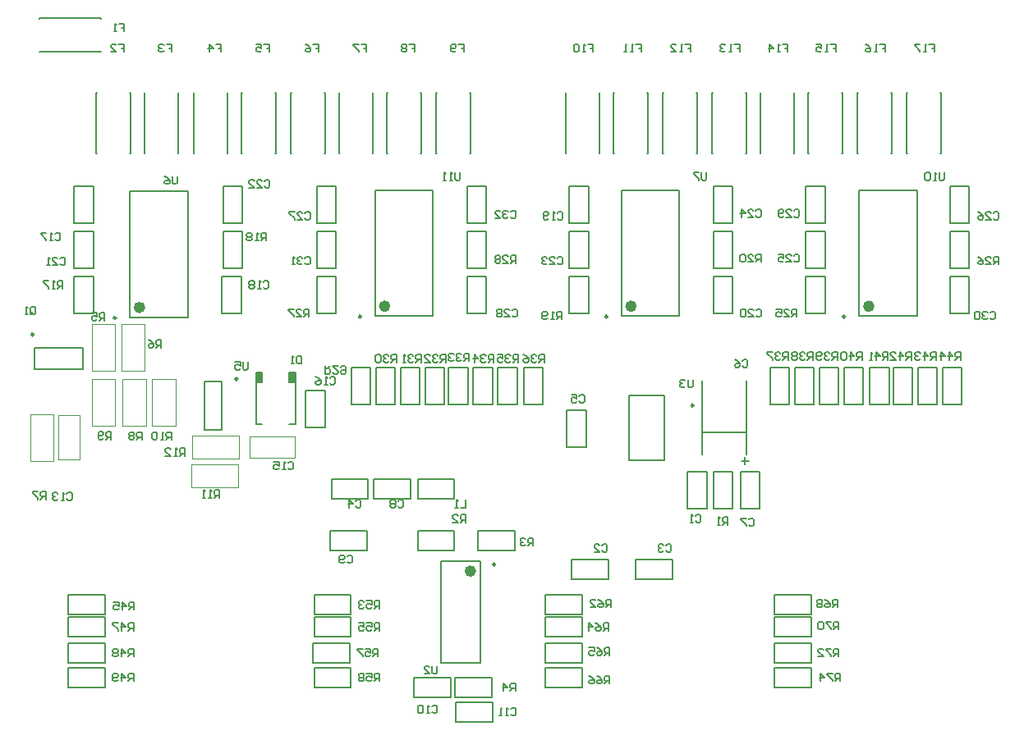
<source format=gbo>
G04 Layer_Color=32896*
%FSLAX25Y25*%
%MOIN*%
G70*
G01*
G75*
%ADD21C,0.00787*%
%ADD54C,0.02362*%
%ADD55C,0.00984*%
%ADD57C,0.00394*%
%ADD59C,0.00500*%
%ADD60C,0.00591*%
G36*
X98500Y192000D02*
X96000D01*
Y196000D01*
X98500D01*
Y192000D01*
D02*
G37*
G36*
X112000D02*
X109500D01*
Y196000D01*
X112000D01*
Y192000D01*
D02*
G37*
D21*
X294858Y192461D02*
X295055D01*
X276945D02*
X277142D01*
X276945Y162539D02*
Y192461D01*
X295055Y162539D02*
Y192461D01*
X276945Y162539D02*
X277142D01*
X294858D02*
X295055D01*
X276945Y171595D02*
X295055D01*
X247217Y186689D02*
X261784D01*
X247217Y160311D02*
Y186689D01*
Y160311D02*
X261784D01*
Y186689D01*
X8098Y339890D02*
X32902D01*
X8098Y326110D02*
X32902D01*
Y326307D01*
Y339693D02*
Y339890D01*
X8098Y326110D02*
Y326307D01*
Y339693D02*
Y339890D01*
X31110Y284842D02*
Y309646D01*
X44890Y284842D02*
Y309646D01*
X44693D02*
X44890D01*
X31110D02*
X31307D01*
X44693Y284842D02*
X44890D01*
X31110D02*
X31307D01*
X50610D02*
Y309646D01*
X64390Y284842D02*
Y309646D01*
X64193D02*
X64390D01*
X50610D02*
X50807D01*
X64193Y284842D02*
X64390D01*
X50610D02*
X50807D01*
X70610D02*
Y309646D01*
X84390Y284842D02*
Y309646D01*
X84193D02*
X84390D01*
X70610D02*
X70807D01*
X84193Y284842D02*
X84390D01*
X70610D02*
X70807D01*
X90110D02*
Y309646D01*
X103890Y284842D02*
Y309646D01*
X103693D02*
X103890D01*
X90110D02*
X90307D01*
X103693Y284842D02*
X103890D01*
X90110D02*
X90307D01*
X110110D02*
Y309646D01*
X123890Y284842D02*
Y309646D01*
X123693D02*
X123890D01*
X110110D02*
X110307D01*
X123693Y284842D02*
X123890D01*
X110110D02*
X110307D01*
X129610D02*
Y309646D01*
X143390Y284842D02*
Y309646D01*
X143193D02*
X143390D01*
X129610D02*
X129807D01*
X143193Y284842D02*
X143390D01*
X129610D02*
X129807D01*
X149110D02*
Y309646D01*
X162890Y284842D02*
Y309646D01*
X162693D02*
X162890D01*
X149110D02*
X149307D01*
X162693Y284842D02*
X162890D01*
X149110D02*
X149307D01*
X169110D02*
Y309646D01*
X182890Y284842D02*
Y309646D01*
X182693D02*
X182890D01*
X169110D02*
X169307D01*
X182693Y284842D02*
X182890D01*
X169110D02*
X169307D01*
X221610D02*
Y309646D01*
X235390Y284842D02*
Y309646D01*
X235193D02*
X235390D01*
X221610D02*
X221807D01*
X235193Y284842D02*
X235390D01*
X221610D02*
X221807D01*
X241110D02*
Y309646D01*
X254890Y284842D02*
Y309646D01*
X254693D02*
X254890D01*
X241110D02*
X241307D01*
X254693Y284842D02*
X254890D01*
X241110D02*
X241307D01*
X261110D02*
Y309646D01*
X274890Y284842D02*
Y309646D01*
X274693D02*
X274890D01*
X261110D02*
X261307D01*
X274693Y284842D02*
X274890D01*
X261110D02*
X261307D01*
X281110D02*
Y309646D01*
X294890Y284842D02*
Y309646D01*
X294693D02*
X294890D01*
X281110D02*
X281307D01*
X294693Y284842D02*
X294890D01*
X281110D02*
X281307D01*
X300610D02*
Y309646D01*
X314390Y284842D02*
Y309646D01*
X314193D02*
X314390D01*
X300610D02*
X300807D01*
X314193Y284842D02*
X314390D01*
X300610D02*
X300807D01*
X320110D02*
Y309646D01*
X333890Y284842D02*
Y309646D01*
X333693D02*
X333890D01*
X320110D02*
X320307D01*
X333693Y284842D02*
X333890D01*
X320110D02*
X320307D01*
X340110D02*
Y309646D01*
X353890Y284842D02*
Y309646D01*
X353693D02*
X353890D01*
X340110D02*
X340307D01*
X353693Y284842D02*
X353890D01*
X340110D02*
X340307D01*
X360110D02*
Y309646D01*
X373890Y284842D02*
Y309646D01*
X373693D02*
X373890D01*
X360110D02*
X360307D01*
X373693Y284842D02*
X373890D01*
X360110D02*
X360307D01*
X340689Y270091D02*
X364311D01*
X340689Y218910D02*
X364311D01*
Y270091D01*
X340689Y218910D02*
Y270091D01*
X144189D02*
X167811D01*
X144189Y218910D02*
X167811D01*
Y270091D01*
X144189Y218910D02*
Y270091D01*
X244189D02*
X267811D01*
X244189Y218910D02*
X267811D01*
Y270091D01*
X244189Y218910D02*
Y270091D01*
X44689Y269590D02*
X68311D01*
X44689Y218409D02*
X68311D01*
Y269590D01*
X44689Y218409D02*
Y269590D01*
X6157Y205831D02*
X25842D01*
X6157Y197169D02*
X25842D01*
X6157D02*
Y205831D01*
X25842Y197169D02*
Y205831D01*
X186874Y77831D02*
Y119169D01*
X171126Y77831D02*
Y119169D01*
X186874D01*
X171126Y77831D02*
X186874D01*
X74957Y172658D02*
X82043D01*
X74957Y192342D02*
X82043D01*
X74957Y172658D02*
Y192342D01*
X82043Y172658D02*
Y192342D01*
X371900Y201100D02*
Y204249D01*
X370326D01*
X369801Y203724D01*
Y202674D01*
X370326Y202150D01*
X371900D01*
X370850D02*
X369801Y201100D01*
X367177D02*
Y204249D01*
X368751Y202674D01*
X366652D01*
X365603Y203724D02*
X365078Y204249D01*
X364029D01*
X363504Y203724D01*
Y203199D01*
X364029Y202674D01*
X364553D01*
X364029D01*
X363504Y202150D01*
Y201625D01*
X364029Y201100D01*
X365078D01*
X365603Y201625D01*
X341900Y201100D02*
Y204249D01*
X340326D01*
X339801Y203724D01*
Y202674D01*
X340326Y202150D01*
X341900D01*
X340850D02*
X339801Y201100D01*
X337177D02*
Y204249D01*
X338751Y202674D01*
X336652D01*
X335603Y203724D02*
X335078Y204249D01*
X334029D01*
X333504Y203724D01*
Y201625D01*
X334029Y201100D01*
X335078D01*
X335603Y201625D01*
Y203724D01*
X381900Y201100D02*
Y204249D01*
X380326D01*
X379801Y203724D01*
Y202674D01*
X380326Y202150D01*
X381900D01*
X380851D02*
X379801Y201100D01*
X377177D02*
Y204249D01*
X378751Y202674D01*
X376652D01*
X374028Y201100D02*
Y204249D01*
X375603Y202674D01*
X373504D01*
X361900Y201100D02*
Y204249D01*
X360326D01*
X359801Y203724D01*
Y202674D01*
X360326Y202150D01*
X361900D01*
X360851D02*
X359801Y201100D01*
X357177D02*
Y204249D01*
X358751Y202674D01*
X356652D01*
X353504Y201100D02*
X355603D01*
X353504Y203199D01*
Y203724D01*
X354029Y204249D01*
X355078D01*
X355603Y203724D01*
X352400Y201100D02*
Y204249D01*
X350826D01*
X350301Y203724D01*
Y202674D01*
X350826Y202150D01*
X352400D01*
X351350D02*
X350301Y201100D01*
X347677D02*
Y204249D01*
X349251Y202674D01*
X347152D01*
X346103Y201100D02*
X345053D01*
X345578D01*
Y204249D01*
X346103Y203724D01*
X331900Y201100D02*
Y204249D01*
X330326D01*
X329801Y203724D01*
Y202674D01*
X330326Y202150D01*
X331900D01*
X330851D02*
X329801Y201100D01*
X328751Y203724D02*
X328227Y204249D01*
X327177D01*
X326652Y203724D01*
Y203199D01*
X327177Y202674D01*
X327702D01*
X327177D01*
X326652Y202150D01*
Y201625D01*
X327177Y201100D01*
X328227D01*
X328751Y201625D01*
X325603D02*
X325078Y201100D01*
X324028D01*
X323504Y201625D01*
Y203724D01*
X324028Y204249D01*
X325078D01*
X325603Y203724D01*
Y203199D01*
X325078Y202674D01*
X323504D01*
X321900Y201100D02*
Y204249D01*
X320326D01*
X319801Y203724D01*
Y202674D01*
X320326Y202150D01*
X321900D01*
X320850D02*
X319801Y201100D01*
X318751Y203724D02*
X318227Y204249D01*
X317177D01*
X316652Y203724D01*
Y203199D01*
X317177Y202674D01*
X317702D01*
X317177D01*
X316652Y202150D01*
Y201625D01*
X317177Y201100D01*
X318227D01*
X318751Y201625D01*
X315603Y203724D02*
X315078Y204249D01*
X314029D01*
X313504Y203724D01*
Y203199D01*
X314029Y202674D01*
X313504Y202150D01*
Y201625D01*
X314029Y201100D01*
X315078D01*
X315603Y201625D01*
Y202150D01*
X315078Y202674D01*
X315603Y203199D01*
Y203724D01*
X315078Y202674D02*
X314029D01*
X311900Y201100D02*
Y204249D01*
X310326D01*
X309801Y203724D01*
Y202674D01*
X310326Y202150D01*
X311900D01*
X310851D02*
X309801Y201100D01*
X308751Y203724D02*
X308227Y204249D01*
X307177D01*
X306652Y203724D01*
Y203199D01*
X307177Y202674D01*
X307702D01*
X307177D01*
X306652Y202150D01*
Y201625D01*
X307177Y201100D01*
X308227D01*
X308751Y201625D01*
X305603Y204249D02*
X303504D01*
Y203724D01*
X305603Y201625D01*
Y201100D01*
X293401Y200624D02*
X293926Y201149D01*
X294975D01*
X295500Y200624D01*
Y198525D01*
X294975Y198000D01*
X293926D01*
X293401Y198525D01*
X290252Y201149D02*
X291302Y200624D01*
X292351Y199574D01*
Y198525D01*
X291827Y198000D01*
X290777D01*
X290252Y198525D01*
Y199049D01*
X290777Y199574D01*
X292351D01*
X273300Y193049D02*
Y190425D01*
X272775Y189900D01*
X271726D01*
X271201Y190425D01*
Y193049D01*
X270151Y192524D02*
X269627Y193049D01*
X268577D01*
X268052Y192524D01*
Y191999D01*
X268577Y191474D01*
X269102D01*
X268577D01*
X268052Y190949D01*
Y190425D01*
X268577Y189900D01*
X269627D01*
X270151Y190425D01*
X227101Y186384D02*
X227626Y186908D01*
X228675D01*
X229200Y186384D01*
Y184285D01*
X228675Y183760D01*
X227626D01*
X227101Y184285D01*
X223952Y186908D02*
X226051D01*
Y185334D01*
X225002Y185859D01*
X224477D01*
X223952Y185334D01*
Y184285D01*
X224477Y183760D01*
X225527D01*
X226051Y184285D01*
X182500Y200500D02*
Y203649D01*
X180926D01*
X180401Y203124D01*
Y202074D01*
X180926Y201550D01*
X182500D01*
X181450D02*
X180401Y200500D01*
X179351Y203124D02*
X178827Y203649D01*
X177777D01*
X177252Y203124D01*
Y202599D01*
X177777Y202074D01*
X178302D01*
X177777D01*
X177252Y201550D01*
Y201025D01*
X177777Y200500D01*
X178827D01*
X179351Y201025D01*
X176203Y203124D02*
X175678Y203649D01*
X174628D01*
X174104Y203124D01*
Y202599D01*
X174628Y202074D01*
X175153D01*
X174628D01*
X174104Y201550D01*
Y201025D01*
X174628Y200500D01*
X175678D01*
X176203Y201025D01*
X212900Y200100D02*
Y203249D01*
X211326D01*
X210801Y202724D01*
Y201674D01*
X211326Y201150D01*
X212900D01*
X211851D02*
X210801Y200100D01*
X209751Y202724D02*
X209227Y203249D01*
X208177D01*
X207652Y202724D01*
Y202199D01*
X208177Y201674D01*
X208702D01*
X208177D01*
X207652Y201150D01*
Y200625D01*
X208177Y200100D01*
X209227D01*
X209751Y200625D01*
X204504Y203249D02*
X205553Y202724D01*
X206603Y201674D01*
Y200625D01*
X206078Y200100D01*
X205029D01*
X204504Y200625D01*
Y201150D01*
X205029Y201674D01*
X206603D01*
X202400Y200100D02*
Y203249D01*
X200826D01*
X200301Y202724D01*
Y201674D01*
X200826Y201150D01*
X202400D01*
X201350D02*
X200301Y200100D01*
X199251Y202724D02*
X198727Y203249D01*
X197677D01*
X197152Y202724D01*
Y202199D01*
X197677Y201674D01*
X198202D01*
X197677D01*
X197152Y201150D01*
Y200625D01*
X197677Y200100D01*
X198727D01*
X199251Y200625D01*
X194004Y203249D02*
X196103D01*
Y201674D01*
X195053Y202199D01*
X194528D01*
X194004Y201674D01*
Y200625D01*
X194528Y200100D01*
X195578D01*
X196103Y200625D01*
X192400Y200100D02*
Y203249D01*
X190826D01*
X190301Y202724D01*
Y201674D01*
X190826Y201150D01*
X192400D01*
X191350D02*
X190301Y200100D01*
X189251Y202724D02*
X188727Y203249D01*
X187677D01*
X187152Y202724D01*
Y202199D01*
X187677Y201674D01*
X188202D01*
X187677D01*
X187152Y201150D01*
Y200625D01*
X187677Y200100D01*
X188727D01*
X189251Y200625D01*
X184529Y200100D02*
Y203249D01*
X186103Y201674D01*
X184004D01*
X172900Y200100D02*
Y203249D01*
X171326D01*
X170801Y202724D01*
Y201674D01*
X171326Y201150D01*
X172900D01*
X171851D02*
X170801Y200100D01*
X169751Y202724D02*
X169227Y203249D01*
X168177D01*
X167652Y202724D01*
Y202199D01*
X168177Y201674D01*
X168702D01*
X168177D01*
X167652Y201150D01*
Y200625D01*
X168177Y200100D01*
X169227D01*
X169751Y200625D01*
X164504Y200100D02*
X166603D01*
X164504Y202199D01*
Y202724D01*
X165029Y203249D01*
X166078D01*
X166603Y202724D01*
X162900Y200100D02*
Y203249D01*
X161326D01*
X160801Y202724D01*
Y201674D01*
X161326Y201150D01*
X162900D01*
X161851D02*
X160801Y200100D01*
X159751Y202724D02*
X159227Y203249D01*
X158177D01*
X157652Y202724D01*
Y202199D01*
X158177Y201674D01*
X158702D01*
X158177D01*
X157652Y201150D01*
Y200625D01*
X158177Y200100D01*
X159227D01*
X159751Y200625D01*
X156603Y200100D02*
X155553D01*
X156078D01*
Y203249D01*
X156603Y202724D01*
X152900Y200100D02*
Y203249D01*
X151326D01*
X150801Y202724D01*
Y201674D01*
X151326Y201150D01*
X152900D01*
X151850D02*
X150801Y200100D01*
X149751Y202724D02*
X149227Y203249D01*
X148177D01*
X147652Y202724D01*
Y202199D01*
X148177Y201674D01*
X148702D01*
X148177D01*
X147652Y201150D01*
Y200625D01*
X148177Y200100D01*
X149227D01*
X149751Y200625D01*
X146603Y202724D02*
X146078Y203249D01*
X145028D01*
X144504Y202724D01*
Y200625D01*
X145028Y200100D01*
X146078D01*
X146603Y200625D01*
Y202724D01*
X124000Y198500D02*
Y195351D01*
X125574D01*
X126099Y195876D01*
Y196926D01*
X125574Y197450D01*
X124000D01*
X125049D02*
X126099Y198500D01*
X129248D02*
X127149D01*
X129248Y196401D01*
Y195876D01*
X128723Y195351D01*
X127673D01*
X127149Y195876D01*
X130297Y197975D02*
X130822Y198500D01*
X131871D01*
X132396Y197975D01*
Y195876D01*
X131871Y195351D01*
X130822D01*
X130297Y195876D01*
Y196401D01*
X130822Y196926D01*
X132396D01*
X181000Y144149D02*
Y141000D01*
X178901D01*
X177851D02*
X176802D01*
X177327D01*
Y144149D01*
X177851Y143624D01*
X153601D02*
X154126Y144149D01*
X155175D01*
X155700Y143624D01*
Y141525D01*
X155175Y141000D01*
X154126D01*
X153601Y141525D01*
X152551Y143624D02*
X152027Y144149D01*
X150977D01*
X150452Y143624D01*
Y143099D01*
X150977Y142574D01*
X150452Y142050D01*
Y141525D01*
X150977Y141000D01*
X152027D01*
X152551Y141525D01*
Y142050D01*
X152027Y142574D01*
X152551Y143099D01*
Y143624D01*
X152027Y142574D02*
X150977D01*
X136401Y143624D02*
X136926Y144149D01*
X137975D01*
X138500Y143624D01*
Y141525D01*
X137975Y141000D01*
X136926D01*
X136401Y141525D01*
X133777Y141000D02*
Y144149D01*
X135351Y142574D01*
X133252D01*
X40401Y337649D02*
X42500D01*
Y336074D01*
X41451D01*
X42500D01*
Y334500D01*
X39351D02*
X38302D01*
X38827D01*
Y337649D01*
X39351Y337124D01*
X40151Y329343D02*
X42250D01*
Y327768D01*
X41201D01*
X42250D01*
Y326194D01*
X37002D02*
X39101D01*
X37002Y328293D01*
Y328818D01*
X37527Y329343D01*
X38577D01*
X39101Y328818D01*
X59651Y329343D02*
X61750D01*
Y327768D01*
X60701D01*
X61750D01*
Y326194D01*
X58601Y328818D02*
X58077Y329343D01*
X57027D01*
X56502Y328818D01*
Y328293D01*
X57027Y327768D01*
X57552D01*
X57027D01*
X56502Y327244D01*
Y326719D01*
X57027Y326194D01*
X58077D01*
X58601Y326719D01*
X79651Y329343D02*
X81750D01*
Y327768D01*
X80700D01*
X81750D01*
Y326194D01*
X77027D02*
Y329343D01*
X78601Y327768D01*
X76502D01*
X99151Y329343D02*
X101250D01*
Y327768D01*
X100200D01*
X101250D01*
Y326194D01*
X96002Y329343D02*
X98101D01*
Y327768D01*
X97052Y328293D01*
X96527D01*
X96002Y327768D01*
Y326719D01*
X96527Y326194D01*
X97577D01*
X98101Y326719D01*
X119151Y329343D02*
X121250D01*
Y327768D01*
X120201D01*
X121250D01*
Y326194D01*
X116002Y329343D02*
X117052Y328818D01*
X118101Y327768D01*
Y326719D01*
X117577Y326194D01*
X116527D01*
X116002Y326719D01*
Y327244D01*
X116527Y327768D01*
X118101D01*
X138651Y329343D02*
X140750D01*
Y327768D01*
X139700D01*
X140750D01*
Y326194D01*
X137601Y329343D02*
X135502D01*
Y328818D01*
X137601Y326719D01*
Y326194D01*
X158151Y329343D02*
X160250D01*
Y327768D01*
X159201D01*
X160250D01*
Y326194D01*
X157101Y328818D02*
X156577Y329343D01*
X155527D01*
X155002Y328818D01*
Y328293D01*
X155527Y327768D01*
X155002Y327244D01*
Y326719D01*
X155527Y326194D01*
X156577D01*
X157101Y326719D01*
Y327244D01*
X156577Y327768D01*
X157101Y328293D01*
Y328818D01*
X156577Y327768D02*
X155527D01*
X178151Y329343D02*
X180250D01*
Y327768D01*
X179200D01*
X180250D01*
Y326194D01*
X177101Y326719D02*
X176577Y326194D01*
X175527D01*
X175002Y326719D01*
Y328818D01*
X175527Y329343D01*
X176577D01*
X177101Y328818D01*
Y328293D01*
X176577Y327768D01*
X175002D01*
X230651Y329343D02*
X232750D01*
Y327768D01*
X231700D01*
X232750D01*
Y326194D01*
X229601D02*
X228552D01*
X229077D01*
Y329343D01*
X229601Y328818D01*
X226978D02*
X226453Y329343D01*
X225403D01*
X224879Y328818D01*
Y326719D01*
X225403Y326194D01*
X226453D01*
X226978Y326719D01*
Y328818D01*
X250151Y329343D02*
X252250D01*
Y327768D01*
X251201D01*
X252250D01*
Y326194D01*
X249101D02*
X248052D01*
X248577D01*
Y329343D01*
X249101Y328818D01*
X246478Y326194D02*
X245428D01*
X245953D01*
Y329343D01*
X246478Y328818D01*
X270151Y329343D02*
X272250D01*
Y327768D01*
X271200D01*
X272250D01*
Y326194D01*
X269101D02*
X268052D01*
X268577D01*
Y329343D01*
X269101Y328818D01*
X264378Y326194D02*
X266478D01*
X264378Y328293D01*
Y328818D01*
X264903Y329343D01*
X265953D01*
X266478Y328818D01*
X290151Y329343D02*
X292250D01*
Y327768D01*
X291200D01*
X292250D01*
Y326194D01*
X289101D02*
X288052D01*
X288577D01*
Y329343D01*
X289101Y328818D01*
X286478D02*
X285953Y329343D01*
X284903D01*
X284379Y328818D01*
Y328293D01*
X284903Y327768D01*
X285428D01*
X284903D01*
X284379Y327244D01*
Y326719D01*
X284903Y326194D01*
X285953D01*
X286478Y326719D01*
X309651Y329343D02*
X311750D01*
Y327768D01*
X310700D01*
X311750D01*
Y326194D01*
X308601D02*
X307552D01*
X308077D01*
Y329343D01*
X308601Y328818D01*
X304403Y326194D02*
Y329343D01*
X305978Y327768D01*
X303878D01*
X329151Y329343D02*
X331250D01*
Y327768D01*
X330201D01*
X331250D01*
Y326194D01*
X328101D02*
X327052D01*
X327577D01*
Y329343D01*
X328101Y328818D01*
X323378Y329343D02*
X325478D01*
Y327768D01*
X324428Y328293D01*
X323903D01*
X323378Y327768D01*
Y326719D01*
X323903Y326194D01*
X324953D01*
X325478Y326719D01*
X349151Y329343D02*
X351250D01*
Y327768D01*
X350201D01*
X351250D01*
Y326194D01*
X348101D02*
X347052D01*
X347577D01*
Y329343D01*
X348101Y328818D01*
X343378Y329343D02*
X344428Y328818D01*
X345478Y327768D01*
Y326719D01*
X344953Y326194D01*
X343903D01*
X343378Y326719D01*
Y327244D01*
X343903Y327768D01*
X345478D01*
X369151Y329343D02*
X371250D01*
Y327768D01*
X370200D01*
X371250D01*
Y326194D01*
X368101D02*
X367052D01*
X367577D01*
Y329343D01*
X368101Y328818D01*
X365478Y329343D02*
X363379D01*
Y328818D01*
X365478Y326719D01*
Y326194D01*
X199901Y221124D02*
X200426Y221649D01*
X201475D01*
X202000Y221124D01*
Y219025D01*
X201475Y218500D01*
X200426D01*
X199901Y219025D01*
X196752Y218500D02*
X198851D01*
X196752Y220599D01*
Y221124D01*
X197277Y221649D01*
X198327D01*
X198851Y221124D01*
X195703D02*
X195178Y221649D01*
X194129D01*
X193604Y221124D01*
Y220599D01*
X194129Y220074D01*
X193604Y219549D01*
Y219025D01*
X194129Y218500D01*
X195178D01*
X195703Y219025D01*
Y219549D01*
X195178Y220074D01*
X195703Y220599D01*
Y221124D01*
X195178Y220074D02*
X194129D01*
X201400Y240300D02*
Y243449D01*
X199826D01*
X199301Y242924D01*
Y241874D01*
X199826Y241350D01*
X201400D01*
X200350D02*
X199301Y240300D01*
X196152D02*
X198251D01*
X196152Y242399D01*
Y242924D01*
X196677Y243449D01*
X197727D01*
X198251Y242924D01*
X195103D02*
X194578Y243449D01*
X193528D01*
X193004Y242924D01*
Y242399D01*
X193528Y241874D01*
X193004Y241350D01*
Y240825D01*
X193528Y240300D01*
X194578D01*
X195103Y240825D01*
Y241350D01*
X194578Y241874D01*
X195103Y242399D01*
Y242924D01*
X194578Y241874D02*
X193528D01*
X199301Y261224D02*
X199826Y261749D01*
X200875D01*
X201400Y261224D01*
Y259125D01*
X200875Y258600D01*
X199826D01*
X199301Y259125D01*
X198251Y261224D02*
X197727Y261749D01*
X196677D01*
X196152Y261224D01*
Y260699D01*
X196677Y260174D01*
X197202D01*
X196677D01*
X196152Y259649D01*
Y259125D01*
X196677Y258600D01*
X197727D01*
X198251Y259125D01*
X193004Y258600D02*
X195103D01*
X193004Y260699D01*
Y261224D01*
X193528Y261749D01*
X194578D01*
X195103Y261224D01*
X375300Y277249D02*
Y274625D01*
X374775Y274100D01*
X373726D01*
X373201Y274625D01*
Y277249D01*
X372151Y274100D02*
X371102D01*
X371627D01*
Y277249D01*
X372151Y276724D01*
X369528D02*
X369003Y277249D01*
X367953D01*
X367428Y276724D01*
Y274625D01*
X367953Y274100D01*
X369003D01*
X369528Y274625D01*
Y276724D01*
X178800Y277249D02*
Y274625D01*
X178275Y274100D01*
X177226D01*
X176701Y274625D01*
Y277249D01*
X175651Y274100D02*
X174602D01*
X175127D01*
Y277249D01*
X175651Y276724D01*
X173028Y274100D02*
X171978D01*
X172503D01*
Y277249D01*
X173028Y276724D01*
X278800Y277249D02*
Y274625D01*
X278275Y274100D01*
X277226D01*
X276701Y274625D01*
Y277249D01*
X275651D02*
X273552D01*
Y276724D01*
X275651Y274625D01*
Y274100D01*
X298901Y221124D02*
X299426Y221649D01*
X300475D01*
X301000Y221124D01*
Y219025D01*
X300475Y218500D01*
X299426D01*
X298901Y219025D01*
X295752Y218500D02*
X297851D01*
X295752Y220599D01*
Y221124D01*
X296277Y221649D01*
X297327D01*
X297851Y221124D01*
X294703D02*
X294178Y221649D01*
X293128D01*
X292604Y221124D01*
Y219025D01*
X293128Y218500D01*
X294178D01*
X294703Y219025D01*
Y221124D01*
X300900Y240800D02*
Y243949D01*
X299326D01*
X298801Y243424D01*
Y242374D01*
X299326Y241849D01*
X300900D01*
X299851D02*
X298801Y240800D01*
X295652D02*
X297751D01*
X295652Y242899D01*
Y243424D01*
X296177Y243949D01*
X297227D01*
X297751Y243424D01*
X294603D02*
X294078Y243949D01*
X293028D01*
X292504Y243424D01*
Y241325D01*
X293028Y240800D01*
X294078D01*
X294603Y241325D01*
Y243424D01*
X298801Y261724D02*
X299326Y262249D01*
X300375D01*
X300900Y261724D01*
Y259625D01*
X300375Y259100D01*
X299326D01*
X298801Y259625D01*
X295652Y259100D02*
X297751D01*
X295652Y261199D01*
Y261724D01*
X296177Y262249D01*
X297227D01*
X297751Y261724D01*
X293028Y259100D02*
Y262249D01*
X294603Y260674D01*
X292504D01*
X315500Y218500D02*
Y221649D01*
X313926D01*
X313401Y221124D01*
Y220074D01*
X313926Y219549D01*
X315500D01*
X314451D02*
X313401Y218500D01*
X310252D02*
X312351D01*
X310252Y220599D01*
Y221124D01*
X310777Y221649D01*
X311827D01*
X312351Y221124D01*
X307104Y221649D02*
X309203D01*
Y220074D01*
X308153Y220599D01*
X307628D01*
X307104Y220074D01*
Y219025D01*
X307628Y218500D01*
X308678D01*
X309203Y219025D01*
X314301Y243424D02*
X314826Y243949D01*
X315875D01*
X316400Y243424D01*
Y241325D01*
X315875Y240800D01*
X314826D01*
X314301Y241325D01*
X311152Y240800D02*
X313251D01*
X311152Y242899D01*
Y243424D01*
X311677Y243949D01*
X312727D01*
X313251Y243424D01*
X308004Y243949D02*
X310103D01*
Y242374D01*
X309053Y242899D01*
X308528D01*
X308004Y242374D01*
Y241325D01*
X308528Y240800D01*
X309578D01*
X310103Y241325D01*
X314301Y261724D02*
X314826Y262249D01*
X315875D01*
X316400Y261724D01*
Y259625D01*
X315875Y259100D01*
X314826D01*
X314301Y259625D01*
X311152Y259100D02*
X313251D01*
X311152Y261199D01*
Y261724D01*
X311677Y262249D01*
X312727D01*
X313251Y261724D01*
X310103Y259625D02*
X309578Y259100D01*
X308528D01*
X308004Y259625D01*
Y261724D01*
X308528Y262249D01*
X309578D01*
X310103Y261724D01*
Y261199D01*
X309578Y260674D01*
X308004D01*
X393901Y220124D02*
X394426Y220649D01*
X395475D01*
X396000Y220124D01*
Y218025D01*
X395475Y217500D01*
X394426D01*
X393901Y218025D01*
X392851Y220124D02*
X392327Y220649D01*
X391277D01*
X390752Y220124D01*
Y219599D01*
X391277Y219074D01*
X391802D01*
X391277D01*
X390752Y218549D01*
Y218025D01*
X391277Y217500D01*
X392327D01*
X392851Y218025D01*
X389703Y220124D02*
X389178Y220649D01*
X388128D01*
X387604Y220124D01*
Y218025D01*
X388128Y217500D01*
X389178D01*
X389703Y218025D01*
Y220124D01*
X397400Y239800D02*
Y242949D01*
X395826D01*
X395301Y242424D01*
Y241374D01*
X395826Y240849D01*
X397400D01*
X396351D02*
X395301Y239800D01*
X392152D02*
X394251D01*
X392152Y241899D01*
Y242424D01*
X392677Y242949D01*
X393727D01*
X394251Y242424D01*
X389004Y242949D02*
X390053Y242424D01*
X391103Y241374D01*
Y240325D01*
X390578Y239800D01*
X389528D01*
X389004Y240325D01*
Y240849D01*
X389528Y241374D01*
X391103D01*
X395301Y260724D02*
X395826Y261249D01*
X396875D01*
X397400Y260724D01*
Y258625D01*
X396875Y258100D01*
X395826D01*
X395301Y258625D01*
X392152Y258100D02*
X394251D01*
X392152Y260199D01*
Y260724D01*
X392677Y261249D01*
X393727D01*
X394251Y260724D01*
X389004Y261249D02*
X390053Y260724D01*
X391103Y259674D01*
Y258625D01*
X390578Y258100D01*
X389528D01*
X389004Y258625D01*
Y259150D01*
X389528Y259674D01*
X391103D01*
X117500Y218500D02*
Y221649D01*
X115926D01*
X115401Y221124D01*
Y220074D01*
X115926Y219549D01*
X117500D01*
X116451D02*
X115401Y218500D01*
X112252D02*
X114351D01*
X112252Y220599D01*
Y221124D01*
X112777Y221649D01*
X113827D01*
X114351Y221124D01*
X111203Y221649D02*
X109104D01*
Y221124D01*
X111203Y219025D01*
Y218500D01*
X220000Y217500D02*
Y220649D01*
X218426D01*
X217901Y220124D01*
Y219074D01*
X218426Y218549D01*
X220000D01*
X218951D02*
X217901Y217500D01*
X216851D02*
X215802D01*
X216327D01*
Y220649D01*
X216851Y220124D01*
X214228Y218025D02*
X213703Y217500D01*
X212653D01*
X212128Y218025D01*
Y220124D01*
X212653Y220649D01*
X213703D01*
X214228Y220124D01*
Y219599D01*
X213703Y219074D01*
X212128D01*
X115801Y242424D02*
X116326Y242949D01*
X117375D01*
X117900Y242424D01*
Y240325D01*
X117375Y239800D01*
X116326D01*
X115801Y240325D01*
X114751Y242424D02*
X114227Y242949D01*
X113177D01*
X112652Y242424D01*
Y241899D01*
X113177Y241374D01*
X113702D01*
X113177D01*
X112652Y240849D01*
Y240325D01*
X113177Y239800D01*
X114227D01*
X114751Y240325D01*
X111603Y239800D02*
X110553D01*
X111078D01*
Y242949D01*
X111603Y242424D01*
X115801Y260724D02*
X116326Y261249D01*
X117375D01*
X117900Y260724D01*
Y258625D01*
X117375Y258100D01*
X116326D01*
X115801Y258625D01*
X112652Y258100D02*
X114751D01*
X112652Y260199D01*
Y260724D01*
X113177Y261249D01*
X114227D01*
X114751Y260724D01*
X111603Y261249D02*
X109504D01*
Y260724D01*
X111603Y258625D01*
Y258100D01*
X218301Y242424D02*
X218826Y242949D01*
X219875D01*
X220400Y242424D01*
Y240325D01*
X219875Y239800D01*
X218826D01*
X218301Y240325D01*
X215152Y239800D02*
X217251D01*
X215152Y241899D01*
Y242424D01*
X215677Y242949D01*
X216727D01*
X217251Y242424D01*
X214103D02*
X213578Y242949D01*
X212528D01*
X212004Y242424D01*
Y241899D01*
X212528Y241374D01*
X213053D01*
X212528D01*
X212004Y240849D01*
Y240325D01*
X212528Y239800D01*
X213578D01*
X214103Y240325D01*
X218301Y260724D02*
X218826Y261249D01*
X219875D01*
X220400Y260724D01*
Y258625D01*
X219875Y258100D01*
X218826D01*
X218301Y258625D01*
X217251Y258100D02*
X216202D01*
X216727D01*
Y261249D01*
X217251Y260724D01*
X214628Y258625D02*
X214103Y258100D01*
X213053D01*
X212528Y258625D01*
Y260724D01*
X213053Y261249D01*
X214103D01*
X214628Y260724D01*
Y260199D01*
X214103Y259674D01*
X212528D01*
X64000Y275649D02*
Y273025D01*
X63475Y272500D01*
X62426D01*
X61901Y273025D01*
Y275649D01*
X58752D02*
X59802Y275124D01*
X60851Y274074D01*
Y273025D01*
X60327Y272500D01*
X59277D01*
X58752Y273025D01*
Y273550D01*
X59277Y274074D01*
X60851D01*
X99401Y273624D02*
X99926Y274149D01*
X100975D01*
X101500Y273624D01*
Y271525D01*
X100975Y271000D01*
X99926D01*
X99401Y271525D01*
X96252Y271000D02*
X98351D01*
X96252Y273099D01*
Y273624D01*
X96777Y274149D01*
X97827D01*
X98351Y273624D01*
X93104Y271000D02*
X95203D01*
X93104Y273099D01*
Y273624D01*
X93629Y274149D01*
X94678D01*
X95203Y273624D01*
X100000Y249500D02*
Y252649D01*
X98426D01*
X97901Y252124D01*
Y251074D01*
X98426Y250550D01*
X100000D01*
X98950D02*
X97901Y249500D01*
X96851D02*
X95802D01*
X96327D01*
Y252649D01*
X96851Y252124D01*
X94228D02*
X93703Y252649D01*
X92653D01*
X92128Y252124D01*
Y251599D01*
X92653Y251074D01*
X92128Y250550D01*
Y250025D01*
X92653Y249500D01*
X93703D01*
X94228Y250025D01*
Y250550D01*
X93703Y251074D01*
X94228Y251599D01*
Y252124D01*
X93703Y251074D02*
X92653D01*
X98901Y232624D02*
X99426Y233149D01*
X100475D01*
X101000Y232624D01*
Y230525D01*
X100475Y230000D01*
X99426D01*
X98901Y230525D01*
X97851Y230000D02*
X96802D01*
X97327D01*
Y233149D01*
X97851Y232624D01*
X95228D02*
X94703Y233149D01*
X93653D01*
X93129Y232624D01*
Y232099D01*
X93653Y231574D01*
X93129Y231049D01*
Y230525D01*
X93653Y230000D01*
X94703D01*
X95228Y230525D01*
Y231049D01*
X94703Y231574D01*
X95228Y232099D01*
Y232624D01*
X94703Y231574D02*
X93653D01*
X14401Y252124D02*
X14926Y252649D01*
X15975D01*
X16500Y252124D01*
Y250025D01*
X15975Y249500D01*
X14926D01*
X14401Y250025D01*
X13351Y249500D02*
X12302D01*
X12827D01*
Y252649D01*
X13351Y252124D01*
X10728Y252649D02*
X8629D01*
Y252124D01*
X10728Y250025D01*
Y249500D01*
X16401Y242124D02*
X16926Y242649D01*
X17975D01*
X18500Y242124D01*
Y240025D01*
X17975Y239500D01*
X16926D01*
X16401Y240025D01*
X13252Y239500D02*
X15351D01*
X13252Y241599D01*
Y242124D01*
X13777Y242649D01*
X14827D01*
X15351Y242124D01*
X12203Y239500D02*
X11153D01*
X11678D01*
Y242649D01*
X12203Y242124D01*
X17500Y230000D02*
Y233149D01*
X15926D01*
X15401Y232624D01*
Y231574D01*
X15926Y231049D01*
X17500D01*
X16451D02*
X15401Y230000D01*
X14351D02*
X13302D01*
X13827D01*
Y233149D01*
X14351Y232624D01*
X11728Y233149D02*
X9629D01*
Y232624D01*
X11728Y230525D01*
Y230000D01*
X4401Y220025D02*
Y222124D01*
X4926Y222649D01*
X5975D01*
X6500Y222124D01*
Y220025D01*
X5975Y219500D01*
X4926D01*
X5451Y220550D02*
X4401Y219500D01*
X4926D02*
X4401Y220025D01*
X3351Y219500D02*
X2302D01*
X2827D01*
Y222649D01*
X3351Y222124D01*
X34500Y217000D02*
Y220149D01*
X32926D01*
X32401Y219624D01*
Y218574D01*
X32926Y218050D01*
X34500D01*
X33450D02*
X32401Y217000D01*
X29252Y220149D02*
X31351D01*
Y218574D01*
X30302Y219099D01*
X29777D01*
X29252Y218574D01*
Y217525D01*
X29777Y217000D01*
X30827D01*
X31351Y217525D01*
X57500Y206000D02*
Y209149D01*
X55926D01*
X55401Y208624D01*
Y207574D01*
X55926Y207049D01*
X57500D01*
X56450D02*
X55401Y206000D01*
X52252Y209149D02*
X53302Y208624D01*
X54351Y207574D01*
Y206525D01*
X53827Y206000D01*
X52777D01*
X52252Y206525D01*
Y207049D01*
X52777Y207574D01*
X54351D01*
X46500Y99500D02*
Y102649D01*
X44926D01*
X44401Y102124D01*
Y101074D01*
X44926Y100549D01*
X46500D01*
X45450D02*
X44401Y99500D01*
X41777D02*
Y102649D01*
X43351Y101074D01*
X41252D01*
X38104Y102649D02*
X40203D01*
Y101074D01*
X39153Y101599D01*
X38629D01*
X38104Y101074D01*
Y100025D01*
X38629Y99500D01*
X39678D01*
X40203Y100025D01*
X46200Y91000D02*
Y94149D01*
X44626D01*
X44101Y93624D01*
Y92574D01*
X44626Y92049D01*
X46200D01*
X45151D02*
X44101Y91000D01*
X41477D02*
Y94149D01*
X43051Y92574D01*
X40952D01*
X39903Y94149D02*
X37804D01*
Y93624D01*
X39903Y91525D01*
Y91000D01*
X46200Y80500D02*
Y83649D01*
X44626D01*
X44101Y83124D01*
Y82074D01*
X44626Y81550D01*
X46200D01*
X45151D02*
X44101Y80500D01*
X41477D02*
Y83649D01*
X43051Y82074D01*
X40952D01*
X39903Y83124D02*
X39378Y83649D01*
X38328D01*
X37804Y83124D01*
Y82599D01*
X38328Y82074D01*
X37804Y81550D01*
Y81025D01*
X38328Y80500D01*
X39378D01*
X39903Y81025D01*
Y81550D01*
X39378Y82074D01*
X39903Y82599D01*
Y83124D01*
X39378Y82074D02*
X38328D01*
X46200Y70500D02*
Y73649D01*
X44626D01*
X44101Y73124D01*
Y72074D01*
X44626Y71549D01*
X46200D01*
X45151D02*
X44101Y70500D01*
X41477D02*
Y73649D01*
X43051Y72074D01*
X40952D01*
X39903Y71025D02*
X39378Y70500D01*
X38328D01*
X37804Y71025D01*
Y73124D01*
X38328Y73649D01*
X39378D01*
X39903Y73124D01*
Y72599D01*
X39378Y72074D01*
X37804D01*
X146000Y100000D02*
Y103149D01*
X144426D01*
X143901Y102624D01*
Y101574D01*
X144426Y101049D01*
X146000D01*
X144950D02*
X143901Y100000D01*
X140752Y103149D02*
X142851D01*
Y101574D01*
X141802Y102099D01*
X141277D01*
X140752Y101574D01*
Y100525D01*
X141277Y100000D01*
X142327D01*
X142851Y100525D01*
X139703Y102624D02*
X139178Y103149D01*
X138128D01*
X137604Y102624D01*
Y102099D01*
X138128Y101574D01*
X138653D01*
X138128D01*
X137604Y101049D01*
Y100525D01*
X138128Y100000D01*
X139178D01*
X139703Y100525D01*
X146000Y91000D02*
Y94149D01*
X144426D01*
X143901Y93624D01*
Y92574D01*
X144426Y92049D01*
X146000D01*
X144950D02*
X143901Y91000D01*
X140752Y94149D02*
X142851D01*
Y92574D01*
X141802Y93099D01*
X141277D01*
X140752Y92574D01*
Y91525D01*
X141277Y91000D01*
X142327D01*
X142851Y91525D01*
X137604Y94149D02*
X139703D01*
Y92574D01*
X138653Y93099D01*
X138128D01*
X137604Y92574D01*
Y91525D01*
X138128Y91000D01*
X139178D01*
X139703Y91525D01*
X145500Y80500D02*
Y83649D01*
X143926D01*
X143401Y83124D01*
Y82074D01*
X143926Y81550D01*
X145500D01*
X144450D02*
X143401Y80500D01*
X140252Y83649D02*
X142351D01*
Y82074D01*
X141302Y82599D01*
X140777D01*
X140252Y82074D01*
Y81025D01*
X140777Y80500D01*
X141827D01*
X142351Y81025D01*
X139203Y83649D02*
X137104D01*
Y83124D01*
X139203Y81025D01*
Y80500D01*
X146000Y70500D02*
Y73649D01*
X144426D01*
X143901Y73124D01*
Y72074D01*
X144426Y71549D01*
X146000D01*
X144950D02*
X143901Y70500D01*
X140752Y73649D02*
X142851D01*
Y72074D01*
X141802Y72599D01*
X141277D01*
X140752Y72074D01*
Y71025D01*
X141277Y70500D01*
X142327D01*
X142851Y71025D01*
X139703Y73124D02*
X139178Y73649D01*
X138128D01*
X137604Y73124D01*
Y72599D01*
X138128Y72074D01*
X137604Y71549D01*
Y71025D01*
X138128Y70500D01*
X139178D01*
X139703Y71025D01*
Y71549D01*
X139178Y72074D01*
X139703Y72599D01*
Y73124D01*
X139178Y72074D02*
X138128D01*
X240000Y100500D02*
Y103649D01*
X238426D01*
X237901Y103124D01*
Y102074D01*
X238426Y101549D01*
X240000D01*
X238950D02*
X237901Y100500D01*
X234752Y103649D02*
X235802Y103124D01*
X236851Y102074D01*
Y101025D01*
X236327Y100500D01*
X235277D01*
X234752Y101025D01*
Y101549D01*
X235277Y102074D01*
X236851D01*
X231604Y100500D02*
X233703D01*
X231604Y102599D01*
Y103124D01*
X232129Y103649D01*
X233178D01*
X233703Y103124D01*
X239000Y91000D02*
Y94149D01*
X237426D01*
X236901Y93624D01*
Y92574D01*
X237426Y92049D01*
X239000D01*
X237950D02*
X236901Y91000D01*
X233752Y94149D02*
X234802Y93624D01*
X235851Y92574D01*
Y91525D01*
X235327Y91000D01*
X234277D01*
X233752Y91525D01*
Y92049D01*
X234277Y92574D01*
X235851D01*
X231129Y91000D02*
Y94149D01*
X232703Y92574D01*
X230604D01*
X239500Y81000D02*
Y84149D01*
X237926D01*
X237401Y83624D01*
Y82574D01*
X237926Y82050D01*
X239500D01*
X238451D02*
X237401Y81000D01*
X234252Y84149D02*
X235302Y83624D01*
X236351Y82574D01*
Y81525D01*
X235827Y81000D01*
X234777D01*
X234252Y81525D01*
Y82050D01*
X234777Y82574D01*
X236351D01*
X231104Y84149D02*
X233203D01*
Y82574D01*
X232153Y83099D01*
X231628D01*
X231104Y82574D01*
Y81525D01*
X231628Y81000D01*
X232678D01*
X233203Y81525D01*
X239500Y69500D02*
Y72649D01*
X237926D01*
X237401Y72124D01*
Y71074D01*
X237926Y70549D01*
X239500D01*
X238451D02*
X237401Y69500D01*
X234252Y72649D02*
X235302Y72124D01*
X236351Y71074D01*
Y70025D01*
X235827Y69500D01*
X234777D01*
X234252Y70025D01*
Y70549D01*
X234777Y71074D01*
X236351D01*
X231104Y72649D02*
X232153Y72124D01*
X233203Y71074D01*
Y70025D01*
X232678Y69500D01*
X231628D01*
X231104Y70025D01*
Y70549D01*
X231628Y71074D01*
X233203D01*
X332000Y100500D02*
Y103649D01*
X330426D01*
X329901Y103124D01*
Y102074D01*
X330426Y101549D01*
X332000D01*
X330950D02*
X329901Y100500D01*
X326752Y103649D02*
X327802Y103124D01*
X328851Y102074D01*
Y101025D01*
X328327Y100500D01*
X327277D01*
X326752Y101025D01*
Y101549D01*
X327277Y102074D01*
X328851D01*
X325703Y103124D02*
X325178Y103649D01*
X324129D01*
X323604Y103124D01*
Y102599D01*
X324129Y102074D01*
X323604Y101549D01*
Y101025D01*
X324129Y100500D01*
X325178D01*
X325703Y101025D01*
Y101549D01*
X325178Y102074D01*
X325703Y102599D01*
Y103124D01*
X325178Y102074D02*
X324129D01*
X332500Y91500D02*
Y94649D01*
X330926D01*
X330401Y94124D01*
Y93074D01*
X330926Y92550D01*
X332500D01*
X331451D02*
X330401Y91500D01*
X329351Y94649D02*
X327252D01*
Y94124D01*
X329351Y92025D01*
Y91500D01*
X326203Y94124D02*
X325678Y94649D01*
X324628D01*
X324104Y94124D01*
Y92025D01*
X324628Y91500D01*
X325678D01*
X326203Y92025D01*
Y94124D01*
X332500Y80500D02*
Y83649D01*
X330926D01*
X330401Y83124D01*
Y82074D01*
X330926Y81550D01*
X332500D01*
X331451D02*
X330401Y80500D01*
X329351Y83649D02*
X327252D01*
Y83124D01*
X329351Y81025D01*
Y80500D01*
X324104D02*
X326203D01*
X324104Y82599D01*
Y83124D01*
X324628Y83649D01*
X325678D01*
X326203Y83124D01*
X333000Y70500D02*
Y73649D01*
X331426D01*
X330901Y73124D01*
Y72074D01*
X331426Y71549D01*
X333000D01*
X331950D02*
X330901Y70500D01*
X329851Y73649D02*
X327752D01*
Y73124D01*
X329851Y71025D01*
Y70500D01*
X325129D02*
Y73649D01*
X326703Y72074D01*
X324604D01*
X67000Y162000D02*
Y165149D01*
X65426D01*
X64901Y164624D01*
Y163574D01*
X65426Y163049D01*
X67000D01*
X65951D02*
X64901Y162000D01*
X63851D02*
X62802D01*
X63327D01*
Y165149D01*
X63851Y164624D01*
X59128Y162000D02*
X61228D01*
X59128Y164099D01*
Y164624D01*
X59653Y165149D01*
X60703D01*
X61228Y164624D01*
X10600Y144400D02*
Y147549D01*
X9026D01*
X8501Y147024D01*
Y145974D01*
X9026Y145449D01*
X10600D01*
X9550D02*
X8501Y144400D01*
X7451Y147549D02*
X5352D01*
Y147024D01*
X7451Y144925D01*
Y144400D01*
X114500Y202649D02*
Y199500D01*
X112926D01*
X112401Y200025D01*
Y202124D01*
X112926Y202649D01*
X114500D01*
X111351Y199500D02*
X110302D01*
X110827D01*
Y202649D01*
X111351Y202124D01*
X92700Y200249D02*
Y197625D01*
X92175Y197100D01*
X91126D01*
X90601Y197625D01*
Y200249D01*
X87452D02*
X89551D01*
Y198674D01*
X88502Y199199D01*
X87977D01*
X87452Y198674D01*
Y197625D01*
X87977Y197100D01*
X89027D01*
X89551Y197625D01*
X125901Y193624D02*
X126426Y194149D01*
X127475D01*
X128000Y193624D01*
Y191525D01*
X127475Y191000D01*
X126426D01*
X125901Y191525D01*
X124851Y191000D02*
X123802D01*
X124327D01*
Y194149D01*
X124851Y193624D01*
X120129Y194149D02*
X121178Y193624D01*
X122228Y192574D01*
Y191525D01*
X121703Y191000D01*
X120653D01*
X120129Y191525D01*
Y192050D01*
X120653Y192574D01*
X122228D01*
X167401Y60124D02*
X167926Y60649D01*
X168975D01*
X169500Y60124D01*
Y58025D01*
X168975Y57500D01*
X167926D01*
X167401Y58025D01*
X166351Y57500D02*
X165302D01*
X165827D01*
Y60649D01*
X166351Y60124D01*
X163728D02*
X163203Y60649D01*
X162153D01*
X161628Y60124D01*
Y58025D01*
X162153Y57500D01*
X163203D01*
X163728Y58025D01*
Y60124D01*
X169500Y76649D02*
Y74025D01*
X168975Y73500D01*
X167926D01*
X167401Y74025D01*
Y76649D01*
X164252Y73500D02*
X166351D01*
X164252Y75599D01*
Y76124D01*
X164777Y76649D01*
X165827D01*
X166351Y76124D01*
X287500Y134000D02*
Y137149D01*
X285926D01*
X285401Y136624D01*
Y135574D01*
X285926Y135049D01*
X287500D01*
X286451D02*
X285401Y134000D01*
X284351D02*
X283302D01*
X283827D01*
Y137149D01*
X284351Y136624D01*
X201200Y66500D02*
Y69649D01*
X199626D01*
X199101Y69124D01*
Y68074D01*
X199626Y67550D01*
X201200D01*
X200150D02*
X199101Y66500D01*
X196477D02*
Y69649D01*
X198051Y68074D01*
X195952D01*
X208500Y125500D02*
Y128649D01*
X206926D01*
X206401Y128124D01*
Y127074D01*
X206926Y126549D01*
X208500D01*
X207451D02*
X206401Y125500D01*
X205351Y128124D02*
X204827Y128649D01*
X203777D01*
X203252Y128124D01*
Y127599D01*
X203777Y127074D01*
X204302D01*
X203777D01*
X203252Y126549D01*
Y126025D01*
X203777Y125500D01*
X204827D01*
X205351Y126025D01*
X181000Y135000D02*
Y138149D01*
X179426D01*
X178901Y137624D01*
Y136574D01*
X179426Y136049D01*
X181000D01*
X179950D02*
X178901Y135000D01*
X175752D02*
X177851D01*
X175752Y137099D01*
Y137624D01*
X176277Y138149D01*
X177327D01*
X177851Y137624D01*
X199401Y59124D02*
X199926Y59649D01*
X200975D01*
X201500Y59124D01*
Y57025D01*
X200975Y56500D01*
X199926D01*
X199401Y57025D01*
X198351Y56500D02*
X197302D01*
X197827D01*
Y59649D01*
X198351Y59124D01*
X195728Y56500D02*
X194678D01*
X195203D01*
Y59649D01*
X195728Y59124D01*
X274401Y137624D02*
X274926Y138149D01*
X275975D01*
X276500Y137624D01*
Y135525D01*
X275975Y135000D01*
X274926D01*
X274401Y135525D01*
X273351Y135000D02*
X272302D01*
X272827D01*
Y138149D01*
X273351Y137624D01*
X132901Y121124D02*
X133426Y121649D01*
X134475D01*
X135000Y121124D01*
Y119025D01*
X134475Y118500D01*
X133426D01*
X132901Y119025D01*
X131851D02*
X131327Y118500D01*
X130277D01*
X129752Y119025D01*
Y121124D01*
X130277Y121649D01*
X131327D01*
X131851Y121124D01*
Y120599D01*
X131327Y120074D01*
X129752D01*
X262401Y125624D02*
X262926Y126149D01*
X263975D01*
X264500Y125624D01*
Y123525D01*
X263975Y123000D01*
X262926D01*
X262401Y123525D01*
X261351Y125624D02*
X260827Y126149D01*
X259777D01*
X259252Y125624D01*
Y125099D01*
X259777Y124574D01*
X260302D01*
X259777D01*
X259252Y124049D01*
Y123525D01*
X259777Y123000D01*
X260827D01*
X261351Y123525D01*
X236401Y125624D02*
X236926Y126149D01*
X237975D01*
X238500Y125624D01*
Y123525D01*
X237975Y123000D01*
X236926D01*
X236401Y123525D01*
X233252Y123000D02*
X235351D01*
X233252Y125099D01*
Y125624D01*
X233777Y126149D01*
X234827D01*
X235351Y125624D01*
X49600Y168600D02*
Y171749D01*
X48026D01*
X47501Y171224D01*
Y170174D01*
X48026Y169650D01*
X49600D01*
X48551D02*
X47501Y168600D01*
X46451Y171224D02*
X45927Y171749D01*
X44877D01*
X44352Y171224D01*
Y170699D01*
X44877Y170174D01*
X44352Y169650D01*
Y169125D01*
X44877Y168600D01*
X45927D01*
X46451Y169125D01*
Y169650D01*
X45927Y170174D01*
X46451Y170699D01*
Y171224D01*
X45927Y170174D02*
X44877D01*
X19101Y146624D02*
X19626Y147149D01*
X20675D01*
X21200Y146624D01*
Y144525D01*
X20675Y144000D01*
X19626D01*
X19101Y144525D01*
X18051Y144000D02*
X17002D01*
X17527D01*
Y147149D01*
X18051Y146624D01*
X15428D02*
X14903Y147149D01*
X13853D01*
X13329Y146624D01*
Y146099D01*
X13853Y145574D01*
X14378D01*
X13853D01*
X13329Y145050D01*
Y144525D01*
X13853Y144000D01*
X14903D01*
X15428Y144525D01*
X108901Y159124D02*
X109426Y159649D01*
X110475D01*
X111000Y159124D01*
Y157025D01*
X110475Y156500D01*
X109426D01*
X108901Y157025D01*
X107851Y156500D02*
X106802D01*
X107327D01*
Y159649D01*
X107851Y159124D01*
X103129Y159649D02*
X105228D01*
Y158074D01*
X104178Y158599D01*
X103653D01*
X103129Y158074D01*
Y157025D01*
X103653Y156500D01*
X104703D01*
X105228Y157025D01*
X37100Y168700D02*
Y171849D01*
X35526D01*
X35001Y171324D01*
Y170274D01*
X35526Y169749D01*
X37100D01*
X36051D02*
X35001Y168700D01*
X33951Y169225D02*
X33427Y168700D01*
X32377D01*
X31852Y169225D01*
Y171324D01*
X32377Y171849D01*
X33427D01*
X33951Y171324D01*
Y170799D01*
X33427Y170274D01*
X31852D01*
X61600Y168600D02*
Y171749D01*
X60026D01*
X59501Y171224D01*
Y170174D01*
X60026Y169650D01*
X61600D01*
X60550D02*
X59501Y168600D01*
X58451D02*
X57402D01*
X57927D01*
Y171749D01*
X58451Y171224D01*
X55828D02*
X55303Y171749D01*
X54253D01*
X53728Y171224D01*
Y169125D01*
X54253Y168600D01*
X55303D01*
X55828Y169125D01*
Y171224D01*
X81000Y145000D02*
Y148149D01*
X79426D01*
X78901Y147624D01*
Y146574D01*
X79426Y146049D01*
X81000D01*
X79950D02*
X78901Y145000D01*
X77851D02*
X76802D01*
X77327D01*
Y148149D01*
X77851Y147624D01*
X75228Y145000D02*
X74178D01*
X74703D01*
Y148149D01*
X75228Y147624D01*
X295901Y136124D02*
X296426Y136649D01*
X297475D01*
X298000Y136124D01*
Y134025D01*
X297475Y133500D01*
X296426D01*
X295901Y134025D01*
X294851Y136649D02*
X292752D01*
Y136124D01*
X294851Y134025D01*
Y133500D01*
D54*
X345807Y222847D02*
G03*
X345807Y222847I-1181J0D01*
G01*
X149307D02*
G03*
X149307Y222847I-1181J0D01*
G01*
X249307D02*
G03*
X249307Y222847I-1181J0D01*
G01*
X49807Y222346D02*
G03*
X49807Y222346I-1181J0D01*
G01*
X184118Y115232D02*
G03*
X184118Y115232I-1181J0D01*
G01*
D55*
X273594Y182555D02*
G03*
X273594Y182555I-492J0D01*
G01*
X335079Y218653D02*
G03*
X335079Y218653I-492J0D01*
G01*
X138579D02*
G03*
X138579Y218653I-492J0D01*
G01*
X238579D02*
G03*
X238579Y218653I-492J0D01*
G01*
X39079Y218154D02*
G03*
X39079Y218154I-492J0D01*
G01*
X5646Y211343D02*
G03*
X5646Y211343I-492J0D01*
G01*
X193075Y117988D02*
G03*
X193075Y117988I-492J0D01*
G01*
X88441Y193347D02*
G03*
X88441Y193347I-492J0D01*
G01*
D57*
X29276Y196760D02*
X38724D01*
X29276D02*
Y215657D01*
X38724D01*
Y196760D02*
Y215657D01*
X41276Y215449D02*
X50724D01*
Y196551D02*
Y215449D01*
X41276Y196551D02*
X50724D01*
X41276D02*
Y215449D01*
X4276Y178949D02*
X13724D01*
Y160051D02*
Y178949D01*
X4276Y160051D02*
X13724D01*
X4276D02*
Y178949D01*
X51224Y174260D02*
Y193157D01*
X41776D02*
X51224D01*
X41776Y174260D02*
Y193157D01*
Y174260D02*
X51224D01*
X15669Y160445D02*
X24331D01*
X15669Y178555D02*
X24331D01*
X15669Y160445D02*
Y178555D01*
X24331Y160445D02*
Y178555D01*
X38724Y174343D02*
Y193240D01*
X29276D02*
X38724D01*
X29276Y174343D02*
Y193240D01*
Y174343D02*
X38724D01*
X63224Y174260D02*
Y193157D01*
X53776D02*
X63224D01*
X53776Y174260D02*
Y193157D01*
Y174260D02*
X63224D01*
X69842Y158724D02*
X88740D01*
X69842Y149276D02*
Y158724D01*
Y149276D02*
X88740D01*
Y158724D01*
X70051Y160776D02*
Y170224D01*
X88949D01*
Y160776D02*
Y170224D01*
X70051Y160776D02*
X88949D01*
X111555Y161169D02*
Y169831D01*
X93445Y161169D02*
Y169831D01*
Y161169D02*
X111555D01*
X93445Y169831D02*
X111555D01*
D59*
X112000Y192000D02*
Y196000D01*
X109500D02*
X112000D01*
Y175000D02*
Y192000D01*
X109500D02*
X112000D01*
X109500D02*
Y196000D01*
Y175000D02*
X112000D01*
X96000D02*
X98500D01*
Y192000D02*
Y196000D01*
X96000Y192000D02*
X98500D01*
X96000Y175000D02*
Y192000D01*
Y196000D02*
X98500D01*
X96000Y192000D02*
Y196000D01*
D60*
X372437Y183020D02*
Y197980D01*
X364563D02*
X372437D01*
X364563Y183020D02*
Y197980D01*
Y183020D02*
X372437D01*
X342437D02*
Y197980D01*
X334563D02*
X342437D01*
X334563Y183020D02*
Y197980D01*
Y183020D02*
X342437D01*
X382437D02*
Y197980D01*
X374563D02*
X382437D01*
X374563Y183020D02*
Y197980D01*
Y183020D02*
X382437D01*
X362437D02*
Y197980D01*
X354563D02*
X362437D01*
X354563Y183020D02*
Y197980D01*
Y183020D02*
X362437D01*
X352937D02*
Y197980D01*
X345063D02*
X352937D01*
X345063Y183020D02*
Y197980D01*
Y183020D02*
X352937D01*
X332437D02*
Y197980D01*
X324563D02*
X332437D01*
X324563Y183020D02*
Y197980D01*
Y183020D02*
X332437D01*
X322437D02*
Y197980D01*
X314563D02*
X322437D01*
X314563Y183020D02*
Y197980D01*
Y183020D02*
X322437D01*
X312437D02*
Y197980D01*
X304563D02*
X312437D01*
X304563Y183020D02*
Y197980D01*
Y183020D02*
X312437D01*
X294500Y158500D02*
Y161500D01*
X293000Y160000D02*
X296000D01*
X222063Y165520D02*
X229937D01*
X222063D02*
Y180480D01*
X229937D01*
Y165520D02*
Y180480D01*
X181937Y183020D02*
Y197980D01*
X174063D02*
X181937D01*
X174063Y183020D02*
Y197980D01*
Y183020D02*
X181937D01*
X212437D02*
Y197980D01*
X204563D02*
X212437D01*
X204563Y183020D02*
Y197980D01*
Y183020D02*
X212437D01*
X201937D02*
Y197980D01*
X194063D02*
X201937D01*
X194063Y183020D02*
Y197980D01*
Y183020D02*
X201937D01*
X191937D02*
Y197980D01*
X184063D02*
X191937D01*
X184063Y183020D02*
Y197980D01*
Y183020D02*
X191937D01*
X172437D02*
Y197980D01*
X164563D02*
X172437D01*
X164563Y183020D02*
Y197980D01*
Y183020D02*
X172437D01*
X162437D02*
Y197980D01*
X154563D02*
X162437D01*
X154563Y183020D02*
Y197980D01*
Y183020D02*
X162437D01*
X152437D02*
Y197980D01*
X144563D02*
X152437D01*
X144563Y183020D02*
Y197980D01*
Y183020D02*
X152437D01*
X142437D02*
Y197980D01*
X134563D02*
X142437D01*
X134563Y183020D02*
Y197980D01*
Y183020D02*
X142437D01*
X176480Y144563D02*
Y152437D01*
X161520Y144563D02*
X176480D01*
X161520D02*
Y152437D01*
X176480D01*
X143780Y144563D02*
Y152437D01*
X158740D01*
Y144563D02*
Y152437D01*
X143780Y144563D02*
X158740D01*
X141480D02*
Y152437D01*
X126520Y144563D02*
X141480D01*
X126520D02*
Y152437D01*
X141480D01*
X181563Y220020D02*
X189437D01*
X181563D02*
Y234980D01*
X189437D01*
Y220020D02*
Y234980D01*
X181563Y238280D02*
Y253240D01*
Y238280D02*
X189437D01*
Y253240D01*
X181563D02*
X189437D01*
X181563Y271480D02*
X189437D01*
Y256520D02*
Y271480D01*
X181563Y256520D02*
X189437D01*
X181563D02*
Y271480D01*
X281563Y220020D02*
X289437D01*
X281563D02*
Y234980D01*
X289437D01*
Y220020D02*
Y234980D01*
X281563Y238280D02*
Y253240D01*
Y238280D02*
X289437D01*
Y253240D01*
X281563D02*
X289437D01*
X281563Y271480D02*
X289437D01*
Y256520D02*
Y271480D01*
X281563Y256520D02*
X289437D01*
X281563D02*
Y271480D01*
X319063Y220020D02*
Y234980D01*
Y220020D02*
X326937D01*
Y234980D01*
X319063D02*
X326937D01*
X319063Y238280D02*
X326937D01*
X319063D02*
Y253240D01*
X326937D01*
Y238280D02*
Y253240D01*
X319063Y271480D02*
X326937D01*
Y256520D02*
Y271480D01*
X319063Y256520D02*
X326937D01*
X319063D02*
Y271480D01*
X377563Y220020D02*
X385437D01*
X377563D02*
Y234980D01*
X385437D01*
Y220020D02*
Y234980D01*
X377563Y238280D02*
Y253240D01*
Y238280D02*
X385437D01*
Y253240D01*
X377563D02*
X385437D01*
X377563Y271480D02*
X385437D01*
Y256520D02*
Y271480D01*
X377563Y256520D02*
X385437D01*
X377563D02*
Y271480D01*
X120563Y220020D02*
Y234980D01*
Y220020D02*
X128437D01*
Y234980D01*
X120563D02*
X128437D01*
X223063Y220020D02*
Y234980D01*
Y220020D02*
X230937D01*
Y234980D01*
X223063D02*
X230937D01*
X120563Y238280D02*
X128437D01*
X120563D02*
Y253240D01*
X128437D01*
Y238280D02*
Y253240D01*
X120563Y271480D02*
X128437D01*
Y256520D02*
Y271480D01*
X120563Y256520D02*
X128437D01*
X120563D02*
Y271480D01*
X223063Y238280D02*
X230937D01*
X223063D02*
Y253240D01*
X230937D01*
Y238280D02*
Y253240D01*
X223063Y271480D02*
X230937D01*
Y256520D02*
Y271480D01*
X223063Y256520D02*
X230937D01*
X223063D02*
Y271480D01*
X82563D02*
X90437D01*
Y256520D02*
Y271480D01*
X82563Y256520D02*
X90437D01*
X82563D02*
Y271480D01*
Y238280D02*
Y253240D01*
Y238280D02*
X90437D01*
Y253240D01*
X82563D02*
X90437D01*
X82063Y220020D02*
X89937D01*
X82063D02*
Y234980D01*
X89937D01*
Y220020D02*
Y234980D01*
X22063Y271480D02*
X29937D01*
Y256520D02*
Y271480D01*
X22063Y256520D02*
X29937D01*
X22063D02*
Y271480D01*
Y238280D02*
X29937D01*
X22063D02*
Y253240D01*
X29937D01*
Y238280D02*
Y253240D01*
X22063Y220020D02*
Y234980D01*
Y220020D02*
X29937D01*
Y234980D01*
X22063D02*
X29937D01*
X19780Y88563D02*
X34740D01*
Y96437D01*
X19780D02*
X34740D01*
X19780Y88563D02*
Y96437D01*
Y78063D02*
X34740D01*
Y85937D01*
X19780D02*
X34740D01*
X19780Y78063D02*
Y85937D01*
Y68063D02*
X34740D01*
Y75937D01*
X19780D02*
X34740D01*
X19780Y68063D02*
Y75937D01*
X119520Y97563D02*
X134480D01*
Y105437D01*
X119520D02*
X134480D01*
X119520Y97563D02*
Y105437D01*
Y88563D02*
X134480D01*
Y96437D01*
X119520D02*
X134480D01*
X119520Y88563D02*
Y96437D01*
X119020Y78063D02*
X133980D01*
Y85937D01*
X119020D02*
X133980D01*
X119020Y78063D02*
Y85937D01*
X119520Y68063D02*
X134480D01*
Y75937D01*
X119520D02*
X134480D01*
X119520Y68063D02*
Y75937D01*
X176760Y64063D02*
X191720D01*
Y71937D01*
X176760D02*
X191720D01*
X176760Y64063D02*
Y71937D01*
X177020Y54063D02*
Y61937D01*
X191980D01*
Y54063D02*
Y61937D01*
X177020Y54063D02*
X191980D01*
X160020Y64063D02*
Y71937D01*
X174980D01*
Y64063D02*
Y71937D01*
X160020Y64063D02*
X174980D01*
X213260Y97563D02*
X228221D01*
Y105437D01*
X213260D02*
X228221D01*
X213260Y97563D02*
Y105437D01*
Y68063D02*
X228221D01*
Y75937D01*
X213260D02*
X228221D01*
X213260Y68063D02*
Y75937D01*
X264980Y112063D02*
Y119937D01*
X250020Y112063D02*
X264980D01*
X250020D02*
Y119937D01*
X264980D01*
X224020Y112063D02*
Y119937D01*
X238980D01*
Y112063D02*
Y119937D01*
X224020Y112063D02*
X238980D01*
X213260Y88563D02*
X228221D01*
Y96437D01*
X213260D02*
X228221D01*
X213260Y88563D02*
Y96437D01*
Y78063D02*
X228221D01*
Y85937D01*
X213260D02*
X228221D01*
X213260Y78063D02*
Y85937D01*
X306260Y68063D02*
X321220D01*
Y75937D01*
X306260D02*
X321220D01*
X306260Y68063D02*
Y75937D01*
Y78063D02*
X321220D01*
Y85937D01*
X306260D02*
X321220D01*
X306260Y78063D02*
Y85937D01*
Y88563D02*
X321220D01*
Y96437D01*
X306260D02*
X321220D01*
X306260Y88563D02*
Y96437D01*
Y97563D02*
X321220D01*
Y105437D01*
X306260D02*
X321220D01*
X306260Y97563D02*
Y105437D01*
X292563Y140520D02*
X300437D01*
X292563D02*
Y155480D01*
X300437D01*
Y140520D02*
Y155480D01*
X289437Y140520D02*
Y155480D01*
X281563D02*
X289437D01*
X281563Y140520D02*
Y155480D01*
Y140520D02*
X289437D01*
X271063D02*
X278937D01*
X271063D02*
Y155480D01*
X278937D01*
Y140520D02*
Y155480D01*
X186020Y123563D02*
X200980D01*
Y131437D01*
X186020D02*
X200980D01*
X186020Y123563D02*
Y131437D01*
X161520Y123563D02*
X176480D01*
Y131437D01*
X161520D02*
X176480D01*
X161520Y123563D02*
Y131437D01*
X126020Y123563D02*
Y131437D01*
X140980D01*
Y123563D02*
Y131437D01*
X126020Y123563D02*
X140980D01*
X19780Y97563D02*
X34740D01*
Y105437D01*
X19780D02*
X34740D01*
X19780Y97563D02*
Y105437D01*
X116063Y188480D02*
X123937D01*
Y173520D02*
Y188480D01*
X116063Y173520D02*
X123937D01*
X116063D02*
Y188480D01*
M02*

</source>
